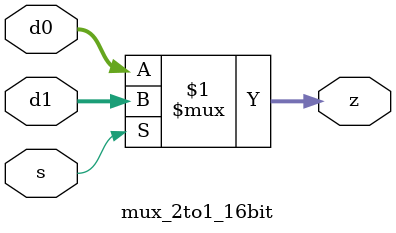
<source format=v>
`timescale 1ns / 1ps


module mux_2to1_16bit(s, d0, d1, z);

input s;
input wire[15:0] d0, d1;
output wire[15:0] z;

assign z = s ? d1 : d0;
endmodule

</source>
